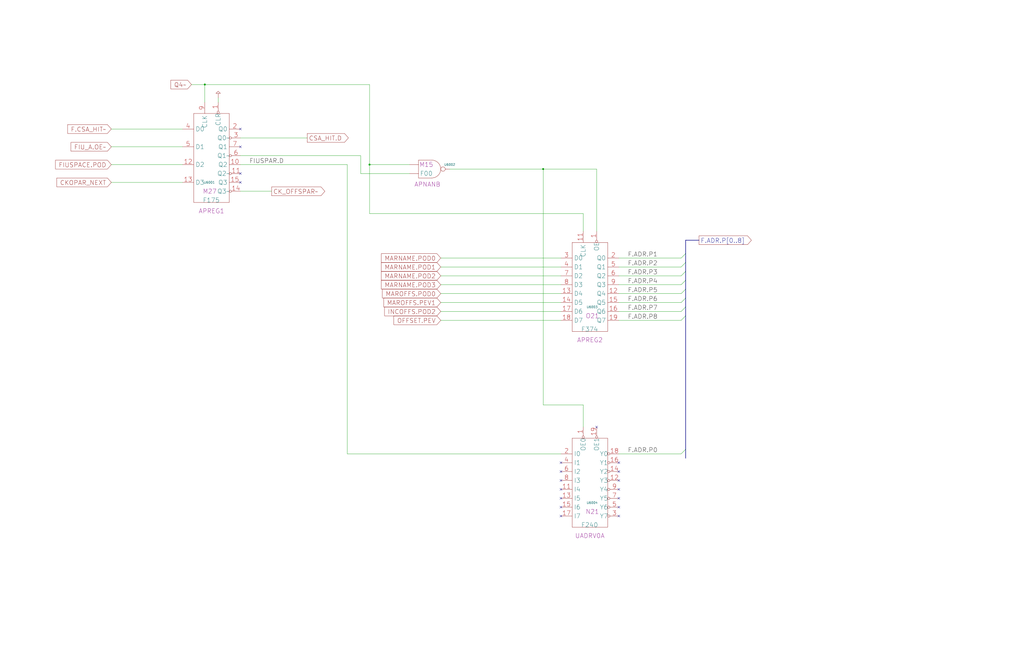
<source format=kicad_sch>
(kicad_sch (version 20220126) (generator eeschema)
  (paper "User" 584.2 378.46)
  (title_block (title "ADDRESS BUS PARITY DRIVERS") (date "20-MAR-90") (rev "1.0") (comment 1 "FIU") (comment 2 "232-003065") (comment 3 "S400") (comment 4 "RELEASED"))
  (lib_symbols
    (symbol "r1000:F00" (pin_numbers hide) (pin_names hide)
      (property "Reference" "U" (at 15.24 0 0))
      (property "Value" "F00" (at 1.905 -5.08 0))
      (property "Location" "___" (at 1.905 0 0))
      (property "Name" "______" (at 2.54 -12.7 0))
      (symbol "F00_0_1"
        (polyline (pts (xy -2.54 -7.62) (xy 5.08 -7.62)) (stroke (width 0.1524)))
        (polyline (pts (xy -2.54 2.54) (xy -2.54 -7.62)) (stroke (width 0.1524)))
        (polyline (pts (xy -2.54 2.54) (xy 5.08 2.54)) (stroke (width 0.1524)))
        (arc (start 5.08 -7.62) (mid 10.1282 -2.54) (end 5.08 2.54) (stroke (width 0.1524)))
        (circle (center 11.43 -2.54) (radius 1.27) (stroke (width 0.1524)))
      )
      (symbol "F00_0_2"
        (circle (center -3.81 -5.08) (radius 1.27) (stroke (width 0.1524)))
        (circle (center -3.81 0) (radius 1.27) (stroke (width 0.1524)))
        (arc (start -3.175 -7.62) (mid -2.134 -2.54) (end -3.175 2.54) (stroke (width 0.1524)))
        (polyline (pts (xy -3.175 -7.62) (xy 3.81 -7.62)) (stroke (width 0.1524)))
        (polyline (pts (xy -3.175 2.54) (xy 3.81 2.54)) (stroke (width 0.1524)))
        (arc (start 3.81 -7.62) (mid 7.5855 -5.8306) (end 10.16 -2.54) (stroke (width 0.1524)))
        (arc (start 10.16 -2.54) (mid 7.5827 0.7471) (end 3.81 2.54) (stroke (width 0.1524)))
      )
      (symbol "F00_1_1"
        (pin input line (at -7.62 0 0) (length 5.08) (name "D0") (number "1"))
        (pin input line (at -7.62 -5.08 0) (length 5.08) (name "D1") (number "2"))
        (pin output line (at 15.24 -2.54 180) (length 2.54) (name "Q") (number "3"))
      )
      (symbol "F00_1_2"
        (pin input line (at -7.62 0 0) (length 2.54) (name "D0") (number "1"))
        (pin input line (at -7.62 -5.08 0) (length 2.54) (name "D1") (number "2"))
        (pin output line (at 15.24 -2.54 180) (length 5.08) (name "Q") (number "3"))
      )
    )
    (symbol "r1000:F175" (pin_names (offset 1.016))
      (property "Reference" "U" (at 2.54 5.08 0))
      (property "Value" "F175" (at -1.27 -5.08 0))
      (property "Location" "___" (at -1.27 0 0))
      (property "Name" "______" (at 3.81 -12.7 0))
      (symbol "F175_1_1"
        (rectangle (start -6.35 44.45) (end 13.97 -6.35))
        (circle (center 7.62 45.085) (radius 0.635))
        (circle (center 14.605 0) (radius 0.635))
        (circle (center 14.605 10.16) (radius 0.635))
        (circle (center 14.605 20.32) (radius 0.635))
        (circle (center 14.605 30.48) (radius 0.635))
        (pin input line (at 7.62 50.8 270) (length 5.08) (name "CLR") (number "1"))
        (pin output line (at 20.32 15.24 180) (length 6.35) (name "Q2") (number "10"))
        (pin output line (at 20.32 10.16 180) (length 5.08) (name "Q2~") (number "11"))
        (pin input line (at -12.7 15.24 0) (length 6.35) (name "D2") (number "12"))
        (pin input line (at -12.7 5.08 0) (length 6.35) (name "D3") (number "13"))
        (pin output line (at 20.32 0 180) (length 5.08) (name "Q3~") (number "14"))
        (pin output line (at 20.32 5.08 180) (length 6.35) (name "Q3") (number "15"))
        (pin output line (at 20.32 35.56 180) (length 6.35) (name "Q0") (number "2"))
        (pin output line (at 20.32 30.48 180) (length 5.08) (name "Q0~") (number "3"))
        (pin input line (at -12.7 35.56 0) (length 6.35) (name "D0") (number "4"))
        (pin input line (at -12.7 25.4 0) (length 6.35) (name "D1") (number "5"))
        (pin output line (at 20.32 20.32 180) (length 5.08) (name "Q1~") (number "6"))
        (pin output line (at 20.32 25.4 180) (length 6.35) (name "Q1") (number "7"))
        (pin input line (at 0 50.8 270) (length 6.35) (name "CLK") (number "9"))
      )
    )
    (symbol "r1000:F240" (pin_names (offset 1.016))
      (property "Reference" "U" (at 2.54 5.08 0))
      (property "Value" "F240" (at -3.81 -7.62 0))
      (property "Location" "___" (at -1.27 0 0))
      (property "Name" "______" (at 1.27 -15.24 0))
      (symbol "F240_1_1"
        (rectangle (start -8.89 41.91) (end 11.43 -8.89))
        (circle (center -2.54 42.545) (radius 0.635))
        (circle (center 5.08 42.545) (radius 0.635))
        (circle (center 12.065 -2.54) (radius 0.635))
        (circle (center 12.065 2.54) (radius 0.635))
        (circle (center 12.065 7.62) (radius 0.635))
        (circle (center 12.065 12.7) (radius 0.635))
        (circle (center 12.065 17.78) (radius 0.635))
        (circle (center 12.065 22.86) (radius 0.635))
        (circle (center 12.065 27.94) (radius 0.635))
        (circle (center 12.065 33.02) (radius 0.635))
        (pin input line (at -2.54 48.26 270) (length 5.08) (name "OE0") (number "1"))
        (pin input line (at -15.24 12.7 0) (length 6.35) (name "I4") (number "11"))
        (pin tri_state line (at 17.78 17.78 180) (length 5.08) (name "Y3") (number "12"))
        (pin input line (at -15.24 7.62 0) (length 6.35) (name "I5") (number "13"))
        (pin tri_state line (at 17.78 22.86 180) (length 5.08) (name "Y2") (number "14"))
        (pin input line (at -15.24 2.54 0) (length 6.35) (name "I6") (number "15"))
        (pin tri_state line (at 17.78 27.94 180) (length 5.08) (name "Y1") (number "16"))
        (pin input line (at -15.24 -2.54 0) (length 6.35) (name "I7") (number "17"))
        (pin tri_state line (at 17.78 33.02 180) (length 5.08) (name "Y0") (number "18"))
        (pin input line (at 5.08 48.26 270) (length 5.08) (name "OE1") (number "19"))
        (pin input line (at -15.24 33.02 0) (length 6.35) (name "I0") (number "2"))
        (pin tri_state line (at 17.78 -2.54 180) (length 5.08) (name "Y7") (number "3"))
        (pin input line (at -15.24 27.94 0) (length 6.35) (name "I1") (number "4"))
        (pin tri_state line (at 17.78 2.54 180) (length 5.08) (name "Y6") (number "5"))
        (pin input line (at -15.24 22.86 0) (length 6.35) (name "I2") (number "6"))
        (pin tri_state line (at 17.78 7.62 180) (length 5.08) (name "Y5") (number "7"))
        (pin input line (at -15.24 17.78 0) (length 6.35) (name "I3") (number "8"))
        (pin tri_state line (at 17.78 12.7 180) (length 5.08) (name "Y4") (number "9"))
      )
    )
    (symbol "r1000:F374" (pin_names (offset 1.016))
      (property "Reference" "U" (at 2.54 5.08 0))
      (property "Value" "F374" (at -3.81 -7.62 0))
      (property "Location" "___" (at -1.27 0 0))
      (property "Name" "______" (at 1.27 -15.24 0))
      (symbol "F374_1_1"
        (rectangle (start -8.89 41.91) (end 11.43 -8.89))
        (circle (center 5.08 42.545) (radius 0.635))
        (pin input line (at 5.08 48.26 270) (length 5.08) (name "OE") (number "1"))
        (pin input line (at -2.54 48.26 270) (length 6.35) (name "CLK") (number "11"))
        (pin tri_state line (at 17.78 12.7 180) (length 6.35) (name "Q4") (number "12"))
        (pin input line (at -15.24 12.7 0) (length 6.35) (name "D4") (number "13"))
        (pin input line (at -15.24 7.62 0) (length 6.35) (name "D5") (number "14"))
        (pin tri_state line (at 17.78 7.62 180) (length 6.35) (name "Q5") (number "15"))
        (pin tri_state line (at 17.78 2.54 180) (length 6.35) (name "Q6") (number "16"))
        (pin input line (at -15.24 2.54 0) (length 6.35) (name "D6") (number "17"))
        (pin input line (at -15.24 -2.54 0) (length 6.35) (name "D7") (number "18"))
        (pin tri_state line (at 17.78 -2.54 180) (length 6.35) (name "Q7") (number "19"))
        (pin tri_state line (at 17.78 33.02 180) (length 6.35) (name "Q0") (number "2"))
        (pin input line (at -15.24 33.02 0) (length 6.35) (name "D0") (number "3"))
        (pin input line (at -15.24 27.94 0) (length 6.35) (name "D1") (number "4"))
        (pin tri_state line (at 17.78 27.94 180) (length 6.35) (name "Q1") (number "5"))
        (pin tri_state line (at 17.78 22.86 180) (length 6.35) (name "Q2") (number "6"))
        (pin input line (at -15.24 22.86 0) (length 6.35) (name "D2") (number "7"))
        (pin input line (at -15.24 17.78 0) (length 6.35) (name "D3") (number "8"))
        (pin tri_state line (at 17.78 17.78 180) (length 6.35) (name "Q3") (number "9"))
      )
    )
    (symbol "r1000:PU" (power) (pin_numbers hide) (pin_names hide)
      (symbol "PU_0_1"
        (polyline (pts (xy 0 2.54) (xy -1.27 2.54) (xy 0 3.81) (xy 1.27 2.54) (xy 0 2.54)) (stroke (width 0.1524)))
      )
      (symbol "PU_1_1"
        (pin power_in line (at 0 0 90) (length 2.54) (name "PU") (number "1"))
      )
    )
  )
  (bus (pts (xy 391.16 137.16) (xy 391.16 144.78)))
  (bus (pts (xy 391.16 137.16) (xy 398.78 137.16)))
  (bus (pts (xy 391.16 144.78) (xy 391.16 149.86)))
  (bus (pts (xy 391.16 149.86) (xy 391.16 154.94)))
  (bus (pts (xy 391.16 154.94) (xy 391.16 160.02)))
  (bus (pts (xy 391.16 160.02) (xy 391.16 165.1)))
  (bus (pts (xy 391.16 165.1) (xy 391.16 170.18)))
  (bus (pts (xy 391.16 170.18) (xy 391.16 175.26)))
  (bus (pts (xy 391.16 175.26) (xy 391.16 180.34)))
  (bus (pts (xy 391.16 180.34) (xy 391.16 256.54)))
  (bus (pts (xy 391.16 256.54) (xy 391.16 261.62)))
  (wire (pts (xy 116.84 48.26) (xy 109.22 48.26)))
  (wire (pts (xy 116.84 58.42) (xy 116.84 48.26)))
  (wire (pts (xy 124.46 55.88) (xy 124.46 58.42)))
  (wire (pts (xy 137.16 109.22) (xy 154.94 109.22)))
  (wire (pts (xy 137.16 78.74) (xy 175.26 78.74)))
  (wire (pts (xy 137.16 88.9) (xy 205.74 88.9)))
  (wire (pts (xy 198.12 259.08) (xy 198.12 93.98)))
  (wire (pts (xy 198.12 93.98) (xy 137.16 93.98)))
  (wire (pts (xy 205.74 88.9) (xy 205.74 99.06)))
  (wire (pts (xy 205.74 99.06) (xy 233.68 99.06)))
  (wire (pts (xy 210.82 121.92) (xy 210.82 93.98)))
  (wire (pts (xy 210.82 48.26) (xy 116.84 48.26)))
  (wire (pts (xy 210.82 93.98) (xy 210.82 48.26)))
  (wire (pts (xy 233.68 93.98) (xy 210.82 93.98)))
  (wire (pts (xy 251.46 147.32) (xy 320.04 147.32)))
  (wire (pts (xy 251.46 152.4) (xy 320.04 152.4)))
  (wire (pts (xy 251.46 157.48) (xy 320.04 157.48)))
  (wire (pts (xy 251.46 162.56) (xy 320.04 162.56)))
  (wire (pts (xy 251.46 167.64) (xy 320.04 167.64)))
  (wire (pts (xy 251.46 172.72) (xy 320.04 172.72)))
  (wire (pts (xy 251.46 177.8) (xy 320.04 177.8)))
  (wire (pts (xy 251.46 182.88) (xy 320.04 182.88)))
  (wire (pts (xy 309.88 231.14) (xy 309.88 96.52)))
  (wire (pts (xy 309.88 96.52) (xy 256.54 96.52)))
  (wire (pts (xy 320.04 259.08) (xy 198.12 259.08)))
  (wire (pts (xy 332.74 121.92) (xy 210.82 121.92)))
  (wire (pts (xy 332.74 132.08) (xy 332.74 121.92)))
  (wire (pts (xy 332.74 231.14) (xy 309.88 231.14)))
  (wire (pts (xy 332.74 243.84) (xy 332.74 231.14)))
  (wire (pts (xy 340.36 132.08) (xy 340.36 96.52)))
  (wire (pts (xy 340.36 96.52) (xy 309.88 96.52)))
  (wire (pts (xy 353.06 147.32) (xy 388.62 147.32)))
  (wire (pts (xy 353.06 152.4) (xy 388.62 152.4)))
  (wire (pts (xy 353.06 157.48) (xy 388.62 157.48)))
  (wire (pts (xy 353.06 162.56) (xy 388.62 162.56)))
  (wire (pts (xy 353.06 167.64) (xy 388.62 167.64)))
  (wire (pts (xy 353.06 172.72) (xy 388.62 172.72)))
  (wire (pts (xy 353.06 177.8) (xy 388.62 177.8)))
  (wire (pts (xy 353.06 182.88) (xy 388.62 182.88)))
  (wire (pts (xy 353.06 259.08) (xy 388.62 259.08)))
  (wire (pts (xy 63.5 104.14) (xy 104.14 104.14)))
  (wire (pts (xy 63.5 73.66) (xy 104.14 73.66)))
  (wire (pts (xy 63.5 83.82) (xy 104.14 83.82)))
  (wire (pts (xy 63.5 93.98) (xy 104.14 93.98)))
  (global_label "F.CSA_HIT~" (shape input) (at 63.5 73.66 180) (effects (font (size 2.54 2.54))) (property "Intersheet References" "${INTERSHEET_REFS}" (at 38.5959 73.5013 0) (effects (font (size 1.905 1.905)) (justify right))))
  (global_label "FIU_A.OE~" (shape input) (at 63.5 83.82 180) (effects (font (size 2.54 2.54))) (property "Intersheet References" "${INTERSHEET_REFS}" (at 40.5311 83.6613 0) (effects (font (size 1.905 1.905)) (justify right))))
  (global_label "FIUSPACE.POD" (shape input) (at 63.5 93.98 180) (effects (font (size 2.54 2.54))) (property "Intersheet References" "${INTERSHEET_REFS}" (at 31.7016 93.8213 0) (effects (font (size 1.905 1.905)) (justify right))))
  (global_label "CKOPAR_NEXT" (shape input) (at 63.5 104.14 180) (effects (font (size 2.54 2.54))) (property "Intersheet References" "${INTERSHEET_REFS}" (at 32.4273 103.9813 0) (effects (font (size 1.905 1.905)) (justify right))))
  (global_label "Q4~" (shape input) (at 109.22 48.26 180) (effects (font (size 2.54 2.54))) (property "Intersheet References" "${INTERSHEET_REFS}" (at 97.4997 48.1013 0) (effects (font (size 1.905 1.905)) (justify right))))
  (junction (at 116.84 48.26))
  (symbol (lib_id "r1000:F175") (at 116.84 109.22 0) (unit 1)
    (property "Reference" "U6001" (at 119.38 104.14 0))
    (property "Value" "F175" (at 115.57 114.3 0) (effects (font (size 2.54 2.54)) (justify left)))
    (property "Location" "M27" (at 115.57 109.22 0) (effects (font (size 2.54 2.54)) (justify left)))
    (property "Name" "APREG1" (at 120.65 121.92 0) (effects (font (size 2.54 2.54)) (justify bottom)))
  )
  (symbol (lib_id "r1000:PU") (at 124.46 55.88 0) (unit 1)
    (property "Reference" "#PWR06001" (effects hide))
    (property "Value" "PU" (effects hide))
  )
  (no_connect (at 137.16 73.66))
  (no_connect (at 137.16 83.82))
  (no_connect (at 137.16 99.06))
  (no_connect (at 137.16 104.14))
  (label "FIUSPAR.D" (at 142.24 93.98 0) (effects (font (size 2.54 2.54))))
  (global_label "CK_OFFSPAR~" (shape output) (at 154.94 109.22 0) (effects (font (size 2.54 2.54))) (property "Intersheet References" "${INTERSHEET_REFS}" (at 185.287 109.0613 0) (effects (font (size 1.905 1.905)) (justify left))))
  (global_label "CSA_HIT.D" (shape output) (at 175.26 78.74 0) (effects (font (size 2.54 2.54))) (property "Intersheet References" "${INTERSHEET_REFS}" (at 198.7127 78.5813 0) (effects (font (size 1.905 1.905)) (justify left))))
  (junction (at 210.82 93.98))
  (symbol (lib_id "r1000:F00") (at 241.3 93.98 0) (unit 1)
    (property "Reference" "U6002" (at 256.54 93.98 0))
    (property "Value" "F00" (at 243.205 99.06 0) (effects (font (size 2.54 2.54))))
    (property "Location" "M15" (at 243.205 93.98 0) (effects (font (size 2.54 2.54))))
    (property "Name" "APNANB" (at 243.84 106.68 0) (effects (font (size 2.54 2.54)) (justify bottom)))
  )
  (global_label "MARNAME.POD0" (shape input) (at 251.46 147.32 180) (effects (font (size 2.54 2.54))) (property "Intersheet References" "${INTERSHEET_REFS}" (at 217.6054 147.1613 0) (effects (font (size 1.905 1.905)) (justify right))))
  (global_label "MARNAME.POD1" (shape input) (at 251.46 152.4 180) (effects (font (size 2.54 2.54))) (property "Intersheet References" "${INTERSHEET_REFS}" (at 217.6054 152.2413 0) (effects (font (size 1.905 1.905)) (justify right))))
  (global_label "MARNAME.POD2" (shape input) (at 251.46 157.48 180) (effects (font (size 2.54 2.54))) (property "Intersheet References" "${INTERSHEET_REFS}" (at 217.6054 157.3213 0) (effects (font (size 1.905 1.905)) (justify right))))
  (global_label "MARNAME.POD3" (shape input) (at 251.46 162.56 180) (effects (font (size 2.54 2.54))) (property "Intersheet References" "${INTERSHEET_REFS}" (at 217.6054 162.4013 0) (effects (font (size 1.905 1.905)) (justify right))))
  (global_label "MAROFFS.POD0" (shape input) (at 251.46 167.64 180) (effects (font (size 2.54 2.54))) (property "Intersheet References" "${INTERSHEET_REFS}" (at 218.2102 167.4813 0) (effects (font (size 1.905 1.905)) (justify right))))
  (global_label "MAROFFS.PEV1" (shape input) (at 251.46 172.72 180) (effects (font (size 2.54 2.54))) (property "Intersheet References" "${INTERSHEET_REFS}" (at 218.9359 172.5613 0) (effects (font (size 1.905 1.905)) (justify right))))
  (global_label "INCOFFS.POD2" (shape input) (at 251.46 177.8 180) (effects (font (size 2.54 2.54))) (property "Intersheet References" "${INTERSHEET_REFS}" (at 219.4197 177.6413 0) (effects (font (size 1.905 1.905)) (justify right))))
  (global_label "OFFSET.PEV" (shape input) (at 251.46 182.88 180) (effects (font (size 2.54 2.54))) (property "Intersheet References" "${INTERSHEET_REFS}" (at 224.7416 182.7213 0) (effects (font (size 1.905 1.905)) (justify right))))
  (junction (at 309.88 96.52))
  (no_connect (at 320.04 264.16))
  (no_connect (at 320.04 269.24))
  (no_connect (at 320.04 274.32))
  (no_connect (at 320.04 279.4))
  (no_connect (at 320.04 284.48))
  (no_connect (at 320.04 289.56))
  (no_connect (at 320.04 294.64))
  (symbol (lib_id "r1000:F374") (at 335.28 180.34 0) (unit 1)
    (property "Reference" "U6003" (at 337.82 175.26 0))
    (property "Value" "F374" (at 331.47 187.96 0) (effects (font (size 2.54 2.54)) (justify left)))
    (property "Location" "O21" (at 334.01 180.34 0) (effects (font (size 2.54 2.54)) (justify left)))
    (property "Name" "APREG2" (at 336.55 195.58 0) (effects (font (size 2.54 2.54)) (justify bottom)))
  )
  (symbol (lib_id "r1000:F240") (at 335.28 292.1 0) (unit 1)
    (property "Reference" "U6004" (at 337.82 287.02 0))
    (property "Value" "F240" (at 331.47 299.72 0) (effects (font (size 2.54 2.54)) (justify left)))
    (property "Location" "N21" (at 334.01 292.1 0) (effects (font (size 2.54 2.54)) (justify left)))
    (property "Name" "UADRV0A" (at 336.55 307.34 0) (effects (font (size 2.54 2.54)) (justify bottom)))
  )
  (no_connect (at 340.36 243.84))
  (no_connect (at 353.06 264.16))
  (no_connect (at 353.06 269.24))
  (no_connect (at 353.06 274.32))
  (no_connect (at 353.06 279.4))
  (no_connect (at 353.06 284.48))
  (no_connect (at 353.06 289.56))
  (no_connect (at 353.06 294.64))
  (label "F.ADR.P1" (at 358.14 147.32 0) (effects (font (size 2.54 2.54))))
  (label "F.ADR.P2" (at 358.14 152.4 0) (effects (font (size 2.54 2.54))))
  (label "F.ADR.P3" (at 358.14 157.48 0) (effects (font (size 2.54 2.54))))
  (label "F.ADR.P4" (at 358.14 162.56 0) (effects (font (size 2.54 2.54))))
  (label "F.ADR.P5" (at 358.14 167.64 0) (effects (font (size 2.54 2.54))))
  (label "F.ADR.P6" (at 358.14 172.72 0) (effects (font (size 2.54 2.54))))
  (label "F.ADR.P7" (at 358.14 177.8 0) (effects (font (size 2.54 2.54))))
  (label "F.ADR.P8" (at 358.14 182.88 0) (effects (font (size 2.54 2.54))))
  (label "F.ADR.P0" (at 358.14 259.08 0) (effects (font (size 2.54 2.54))))
  (bus_entry (at 391.16 144.78) (size -2.54 2.54))
  (bus_entry (at 391.16 149.86) (size -2.54 2.54))
  (bus_entry (at 391.16 154.94) (size -2.54 2.54))
  (bus_entry (at 391.16 160.02) (size -2.54 2.54))
  (bus_entry (at 391.16 165.1) (size -2.54 2.54))
  (bus_entry (at 391.16 170.18) (size -2.54 2.54))
  (bus_entry (at 391.16 175.26) (size -2.54 2.54))
  (bus_entry (at 391.16 180.34) (size -2.54 2.54))
  (bus_entry (at 391.16 256.54) (size -2.54 2.54))
  (global_label "F.ADR.P[0..8]" (shape output) (at 398.78 137.16 0) (effects (font (size 2.54 2.54))) (property "Intersheet References" "${INTERSHEET_REFS}" (at 428.6431 137.0013 0) (effects (font (size 1.905 1.905)) (justify left))))
)
</source>
